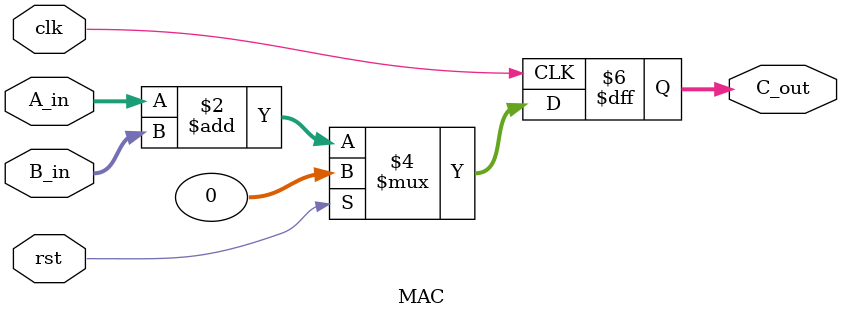
<source format=sv>


module MAC 
#(
    parameter DATA_WIDTH = 32
)
    
(
    input logic clk, rst,
    input logic [DATA_WIDTH - 1:0] A_in, B_in,

    output logic [DATA_WIDTH - 1:0] C_out
);

always_ff @(posedge clk) begin
    if (rst) C_out <= 'b0;
    else C_out <= A_in + B_in;
end

    
endmodule

</source>
